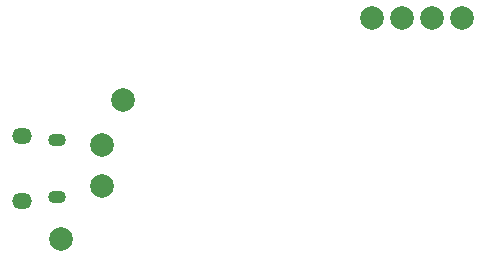
<source format=gbr>
%TF.GenerationSoftware,KiCad,Pcbnew,6.0.11-2627ca5db0~126~ubuntu20.04.1*%
%TF.CreationDate,2023-10-30T14:57:03+01:00*%
%TF.ProjectId,usb-interface,7573622d-696e-4746-9572-666163652e6b,rev?*%
%TF.SameCoordinates,Original*%
%TF.FileFunction,Soldermask,Bot*%
%TF.FilePolarity,Negative*%
%FSLAX46Y46*%
G04 Gerber Fmt 4.6, Leading zero omitted, Abs format (unit mm)*
G04 Created by KiCad (PCBNEW 6.0.11-2627ca5db0~126~ubuntu20.04.1) date 2023-10-30 14:57:03*
%MOMM*%
%LPD*%
G01*
G04 APERTURE LIST*
%ADD10C,2.000000*%
%ADD11O,1.500000X1.100000*%
%ADD12O,1.700000X1.350000*%
G04 APERTURE END LIST*
D10*
%TO.C,TP1*%
X32250000Y-79250000D03*
%TD*%
%TO.C,TP2*%
X27000000Y-91000000D03*
%TD*%
%TO.C,TP3*%
X30500000Y-86500000D03*
%TD*%
%TO.C,TP4*%
X30500000Y-83000000D03*
%TD*%
%TO.C,TP5*%
X58420000Y-72300000D03*
%TD*%
%TO.C,TP6*%
X55880000Y-72300000D03*
%TD*%
%TO.C,TP7*%
X53340000Y-72300000D03*
%TD*%
%TO.C,TP8*%
X60960000Y-72300000D03*
%TD*%
D11*
%TO.C,J1*%
X26685000Y-82620000D03*
D12*
X23685000Y-87770000D03*
D11*
X26685000Y-87460000D03*
D12*
X23685000Y-82310000D03*
%TD*%
M02*

</source>
